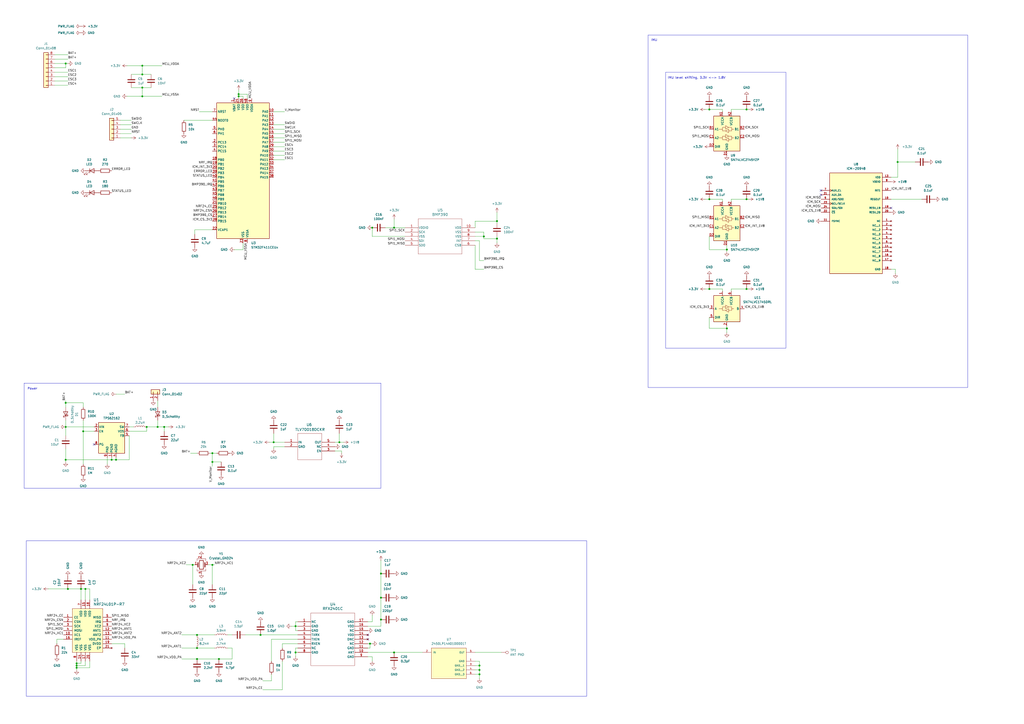
<source format=kicad_sch>
(kicad_sch (version 20250114) (generator "eeschema") (generator_version "9.0")
  (paper "A2")
  (title_block (title "Microdrone flight controller") (date "2025-08-01") (rev "v01") (comment 2 "creativecommons.org/licenses/by/4.0/") (comment 3 "License: CC BY 4.0") (comment 4 "Author: Emil Nordén"))
  (rectangle (start 13.97 222.25) (end 220.98 283.21))
  (rectangle (start 375.92 20.32) (end 561.34 224.79))
  (rectangle (start 386.08 41.91) (end 455.93 201.93))
  (rectangle (start 15.24 313.69) (end 340.36 403.86))
  (text "IMU" (at 379.476 23.368 0) (effects (font (size 1.27 1.27))))
  (text "IMU level shifting, 3.3V <-> 1.8V" (at 404.114 45.212 0) (effects (font (size 1.27 1.27))))
  (text "Power" (at 18.796 225.552 0) (effects (font (size 1.27 1.27))))
  (junction (at 220.98 332.74))
  (junction (at 138.43 54.61))
  (junction (at 278.13 386.08))
  (junction (at 433.07 167.64))
  (junction (at 91.44 247.65))
  (junction (at 220.98 359.41))
  (junction (at 171.45 378.46))
  (junction (at 48.26 250.19))
  (junction (at 123.19 267.97))
  (junction (at 171.45 363.22))
  (junction (at 220.98 346.71))
  (junction (at 433.07 63.5))
  (junction (at 127 382.27))
  (junction (at 421.64 144.78))
  (junction (at 44.45 386.08))
  (junction (at 49.53 341.63))
  (junction (at 278.13 391.16))
  (junction (at 278.13 388.62))
  (junction (at 215.9 132.08))
  (junction (at 82.55 43.18))
  (junction (at 151.13 368.3))
  (junction (at 85.09 247.65))
  (junction (at 38.1 233.68))
  (junction (at 421.64 190.5))
  (junction (at 38.1 36.83))
  (junction (at 114.3 375.92))
  (junction (at 228.6 378.46))
  (junction (at 67.31 266.7))
  (junction (at 228.6 132.08))
  (junction (at 82.55 38.1))
  (junction (at 95.25 247.65))
  (junction (at 114.3 368.3))
  (junction (at 433.07 115.57))
  (junction (at 114.3 382.27))
  (junction (at 158.75 256.54))
  (junction (at 288.29 128.27))
  (junction (at 138.43 55.88))
  (junction (at 411.48 63.5))
  (junction (at 38.1 266.7))
  (junction (at 196.85 256.54))
  (junction (at 39.37 341.63))
  (junction (at 520.7 93.98))
  (junction (at 82.55 50.8))
  (junction (at 288.29 138.43))
  (junction (at 38.1 247.65))
  (junction (at 411.48 167.64))
  (junction (at 214.63 373.38))
  (junction (at 44.45 387.35))
  (junction (at 280.67 137.16))
  (junction (at 64.77 266.7))
  (junction (at 123.19 262.89))
  (junction (at 123.19 327.66))
  (junction (at 82.55 55.88))
  (junction (at 46.99 341.63))
  (junction (at 44.45 384.81))
  (junction (at 111.76 327.66))
  (junction (at 411.48 115.57))
  (no_connect (at 213.36 368.3))
  (no_connect (at 476.25 110.49))
  (no_connect (at 476.25 113.03))
  (no_connect (at 516.89 120.65))
  (no_connect (at 54.61 257.81))
  (no_connect (at 213.36 370.84))
  (no_connect (at 135.89 57.15))
  (wire (pts (xy 275.59 128.27) (xy 275.59 132.08)))
  (wire (pts (xy 156.21 256.54) (xy 158.75 256.54)))
  (wire (pts (xy 157.48 394.97) (xy 152.4 394.97)))
  (wire (pts (xy 520.7 93.98) (xy 520.7 102.87)))
  (wire (pts (xy 519.43 158.75) (xy 519.43 156.21)))
  (wire (pts (xy 280.67 151.13) (xy 278.13 151.13)))
  (wire (pts (xy 85.09 247.65) (xy 91.44 247.65)))
  (wire (pts (xy 31.75 44.45) (xy 39.37 44.45)))
  (wire (pts (xy 424.18 168.91) (xy 424.18 167.64)))
  (wire (pts (xy 110.49 262.89) (xy 114.3 262.89)))
  (wire (pts (xy 275.59 134.62) (xy 280.67 134.62)))
  (wire (pts (xy 143.51 54.61) (xy 138.43 54.61)))
  (wire (pts (xy 114.3 368.3) (xy 124.46 368.3)))
  (wire (pts (xy 215.9 137.16) (xy 234.95 137.16)))
  (wire (pts (xy 171.45 375.92) (xy 171.45 378.46)))
  (wire (pts (xy 278.13 383.54) (xy 275.59 383.54)))
  (wire (pts (xy 127 382.27) (xy 134.62 382.27)))
  (wire (pts (xy 67.31 265.43) (xy 67.31 266.7)))
  (wire (pts (xy 123.19 262.89) (xy 123.19 267.97)))
  (wire (pts (xy 31.75 49.53) (xy 39.37 49.53)))
  (wire (pts (xy 106.68 69.85) (xy 123.19 69.85)))
  (wire (pts (xy 213.36 375.92) (xy 214.63 375.92)))
  (wire (pts (xy 138.43 52.07) (xy 138.43 54.61)))
  (wire (pts (xy 114.3 375.92) (xy 124.46 375.92)))
  (wire (pts (xy 171.45 365.76) (xy 171.45 363.22)))
  (wire (pts (xy 105.41 368.3) (xy 114.3 368.3)))
  (wire (pts (xy 213.36 360.68) (xy 215.9 360.68)))
  (wire (pts (xy 424.18 64.77) (xy 424.18 63.5)))
  (wire (pts (xy 158.75 77.47) (xy 165.1 77.47)))
  (wire (pts (xy 82.55 50.8) (xy 82.55 55.88)))
  (wire (pts (xy 158.75 87.63) (xy 165.1 87.63)))
  (wire (pts (xy 38.1 260.35) (xy 38.1 266.7)))
  (wire (pts (xy 123.19 267.97) (xy 128.27 267.97)))
  (wire (pts (xy 215.9 360.68) (xy 215.9 356.87)))
  (wire (pts (xy 433.07 63.5) (xy 434.34 63.5)))
  (wire (pts (xy 520.7 86.36) (xy 520.7 93.98)))
  (wire (pts (xy 278.13 388.62) (xy 278.13 386.08)))
  (wire (pts (xy 408.94 167.64) (xy 411.48 167.64)))
  (wire (pts (xy 135.89 144.78) (xy 140.97 144.78)))
  (wire (pts (xy 64.77 373.38) (xy 72.39 373.38)))
  (wire (pts (xy 171.45 378.46) (xy 172.72 378.46)))
  (wire (pts (xy 38.1 233.68) (xy 48.26 233.68)))
  (wire (pts (xy 38.1 247.65) (xy 54.61 247.65)))
  (wire (pts (xy 111.76 327.66) (xy 111.76 339.09)))
  (wire (pts (xy 134.62 375.92) (xy 132.08 375.92)))
  (wire (pts (xy 123.19 327.66) (xy 124.46 327.66)))
  (wire (pts (xy 172.72 375.92) (xy 171.45 375.92)))
  (wire (pts (xy 82.55 43.18) (xy 87.63 43.18)))
  (wire (pts (xy 213.36 381) (xy 215.9 381)))
  (wire (pts (xy 49.53 347.98) (xy 49.53 341.63)))
  (wire (pts (xy 52.07 347.98) (xy 52.07 341.63)))
  (wire (pts (xy 49.53 341.63) (xy 46.99 341.63)))
  (wire (pts (xy 433.07 167.64) (xy 434.34 167.64)))
  (wire (pts (xy 123.19 262.89) (xy 125.73 262.89)))
  (wire (pts (xy 74.93 266.7) (xy 67.31 266.7)))
  (wire (pts (xy 76.2 50.8) (xy 82.55 50.8)))
  (wire (pts (xy 158.75 80.01) (xy 165.1 80.01)))
  (wire (pts (xy 76.2 43.18) (xy 82.55 43.18)))
  (wire (pts (xy 67.31 266.7) (xy 64.77 266.7)))
  (wire (pts (xy 123.19 327.66) (xy 123.19 339.09)))
  (wire (pts (xy 39.37 341.63) (xy 27.94 341.63)))
  (wire (pts (xy 111.76 327.66) (xy 113.03 327.66)))
  (wire (pts (xy 38.1 36.83) (xy 39.37 36.83)))
  (wire (pts (xy 105.41 375.92) (xy 114.3 375.92)))
  (wire (pts (xy 46.99 384.81) (xy 44.45 384.81)))
  (wire (pts (xy 85.09 247.65) (xy 85.09 250.19)))
  (wire (pts (xy 419.1 167.64) (xy 419.1 168.91)))
  (wire (pts (xy 120.65 327.66) (xy 123.19 327.66)))
  (wire (pts (xy 280.67 138.43) (xy 288.29 138.43)))
  (wire (pts (xy 163.83 400.05) (xy 163.83 383.54)))
  (wire (pts (xy 38.1 232.41) (xy 38.1 233.68)))
  (wire (pts (xy 158.75 92.71) (xy 165.1 92.71)))
  (wire (pts (xy 48.26 250.19) (xy 54.61 250.19)))
  (wire (pts (xy 95.25 247.65) (xy 95.25 250.19)))
  (wire (pts (xy 157.48 370.84) (xy 157.48 383.54)))
  (wire (pts (xy 214.63 373.38) (xy 215.9 373.38)))
  (wire (pts (xy 421.64 190.5) (xy 421.64 193.04)))
  (wire (pts (xy 171.45 360.68) (xy 171.45 363.22)))
  (wire (pts (xy 424.18 63.5) (xy 433.07 63.5)))
  (wire (pts (xy 421.64 189.23) (xy 421.64 190.5)))
  (wire (pts (xy 275.59 378.46) (xy 290.83 378.46)))
  (wire (pts (xy 275.59 156.21) (xy 280.67 156.21)))
  (wire (pts (xy 280.67 134.62) (xy 280.67 137.16)))
  (wire (pts (xy 163.83 375.92) (xy 163.83 373.38)))
  (wire (pts (xy 115.57 64.77) (xy 123.19 64.77)))
  (wire (pts (xy 142.24 368.3) (xy 151.13 368.3)))
  (wire (pts (xy 38.1 247.65) (xy 38.1 252.73)))
  (wire (pts (xy 214.63 375.92) (xy 214.63 373.38)))
  (wire (pts (xy 48.26 243.84) (xy 48.26 250.19)))
  (wire (pts (xy 44.45 387.35) (xy 44.45 388.62)))
  (wire (pts (xy 275.59 128.27) (xy 288.29 128.27)))
  (wire (pts (xy 158.75 259.08) (xy 165.1 259.08)))
  (wire (pts (xy 74.93 252.73) (xy 74.93 266.7)))
  (wire (pts (xy 69.85 77.47) (xy 76.2 77.47)))
  (wire (pts (xy 421.64 144.78) (xy 421.64 142.24)))
  (wire (pts (xy 411.48 167.64) (xy 419.1 167.64)))
  (wire (pts (xy 69.85 69.85) (xy 76.2 69.85)))
  (wire (pts (xy 411.48 144.78) (xy 421.64 144.78)))
  (wire (pts (xy 140.97 55.88) (xy 138.43 55.88)))
  (wire (pts (xy 52.07 387.35) (xy 44.45 387.35)))
  (wire (pts (xy 52.07 341.63) (xy 49.53 341.63)))
  (wire (pts (xy 62.23 265.43) (xy 62.23 269.24)))
  (wire (pts (xy 48.26 250.19) (xy 48.26 269.24)))
  (wire (pts (xy 408.94 115.57) (xy 411.48 115.57)))
  (wire (pts (xy 31.75 39.37) (xy 38.1 39.37)))
  (wire (pts (xy 138.43 55.88) (xy 138.43 57.15)))
  (wire (pts (xy 91.44 232.41) (xy 91.44 236.22)))
  (wire (pts (xy 158.75 74.93) (xy 165.1 74.93)))
  (wire (pts (xy 172.72 360.68) (xy 171.45 360.68)))
  (wire (pts (xy 215.9 381) (xy 215.9 383.54)))
  (wire (pts (xy 220.98 363.22) (xy 220.98 359.41)))
  (wire (pts (xy 278.13 139.7) (xy 275.59 139.7)))
  (wire (pts (xy 82.55 50.8) (xy 87.63 50.8)))
  (wire (pts (xy 278.13 393.7) (xy 278.13 391.16)))
  (wire (pts (xy 64.77 265.43) (xy 64.77 266.7)))
  (wire (pts (xy 73.66 38.1) (xy 82.55 38.1)))
  (wire (pts (xy 38.1 39.37) (xy 38.1 36.83)))
  (wire (pts (xy 157.48 370.84) (xy 172.72 370.84)))
  (wire (pts (xy 72.39 373.38) (xy 72.39 375.92)))
  (wire (pts (xy 140.97 144.78) (xy 140.97 140.97)))
  (wire (pts (xy 31.75 41.91) (xy 39.37 41.91)))
  (wire (pts (xy 411.48 137.16) (xy 411.48 144.78)))
  (wire (pts (xy 95.25 247.65) (xy 97.79 247.65)))
  (wire (pts (xy 138.43 54.61) (xy 138.43 55.88)))
  (wire (pts (xy 67.31 228.6) (xy 72.39 228.6)))
  (wire (pts (xy 44.45 386.08) (xy 44.45 387.35)))
  (wire (pts (xy 91.44 247.65) (xy 95.25 247.65)))
  (wire (pts (xy 49.53 383.54) (xy 49.53 386.08)))
  (wire (pts (xy 220.98 325.12) (xy 220.98 332.74)))
  (wire (pts (xy 196.85 256.54) (xy 199.39 256.54)))
  (wire (pts (xy 519.43 156.21) (xy 516.89 156.21)))
  (wire (pts (xy 113.03 133.35) (xy 113.03 135.89)))
  (wire (pts (xy 280.67 137.16) (xy 280.67 138.43)))
  (wire (pts (xy 33.02 373.38) (xy 33.02 370.84)))
  (wire (pts (xy 278.13 391.16) (xy 278.13 388.62)))
  (wire (pts (xy 123.19 267.97) (xy 123.19 270.51)))
  (wire (pts (xy 91.44 243.84) (xy 91.44 247.65)))
  (wire (pts (xy 288.29 137.16) (xy 288.29 138.43)))
  (wire (pts (xy 158.75 64.77) (xy 165.1 64.77)))
  (wire (pts (xy 288.29 123.19) (xy 288.29 128.27)))
  (wire (pts (xy 46.99 341.63) (xy 39.37 341.63)))
  (wire (pts (xy 158.75 82.55) (xy 165.1 82.55)))
  (wire (pts (xy 171.45 363.22) (xy 172.72 363.22)))
  (wire (pts (xy 419.1 115.57) (xy 419.1 116.84)))
  (wire (pts (xy 198.12 261.62) (xy 194.31 261.62)))
  (wire (pts (xy 516.89 102.87) (xy 520.7 102.87)))
  (wire (pts (xy 31.75 31.75) (xy 39.37 31.75)))
  (wire (pts (xy 158.75 260.35) (xy 158.75 259.08)))
  (wire (pts (xy 82.55 55.88) (xy 93.98 55.88)))
  (wire (pts (xy 38.1 243.84) (xy 38.1 247.65)))
  (wire (pts (xy 38.1 233.68) (xy 38.1 236.22)))
  (wire (pts (xy 278.13 151.13) (xy 278.13 139.7)))
  (wire (pts (xy 69.85 72.39) (xy 76.2 72.39)))
  (wire (pts (xy 158.75 85.09) (xy 165.1 85.09)))
  (wire (pts (xy 69.85 74.93) (xy 76.2 74.93)))
  (wire (pts (xy 158.75 90.17) (xy 165.1 90.17)))
  (wire (pts (xy 163.83 373.38) (xy 172.72 373.38)))
  (wire (pts (xy 213.36 373.38) (xy 214.63 373.38)))
  (wire (pts (xy 275.59 388.62) (xy 278.13 388.62)))
  (wire (pts (xy 132.08 368.3) (xy 134.62 368.3)))
  (wire (pts (xy 107.95 327.66) (xy 111.76 327.66)))
  (wire (pts (xy 31.75 36.83) (xy 38.1 36.83)))
  (wire (pts (xy 49.53 386.08) (xy 44.45 386.08)))
  (wire (pts (xy 220.98 346.71) (xy 220.98 359.41)))
  (wire (pts (xy 44.45 384.81) (xy 44.45 386.08)))
  (wire (pts (xy 213.36 378.46) (xy 228.6 378.46)))
  (wire (pts (xy 105.41 382.27) (xy 114.3 382.27)))
  (wire (pts (xy 234.95 132.08) (xy 228.6 132.08)))
  (wire (pts (xy 31.75 34.29) (xy 39.37 34.29)))
  (wire (pts (xy 31.75 46.99) (xy 39.37 46.99)))
  (wire (pts (xy 424.18 167.64) (xy 433.07 167.64)))
  (wire (pts (xy 275.59 142.24) (xy 275.59 156.21)))
  (wire (pts (xy 82.55 38.1) (xy 82.55 43.18)))
  (wire (pts (xy 168.91 363.22) (xy 171.45 363.22)))
  (wire (pts (xy 228.6 378.46) (xy 245.11 378.46)))
  (wire (pts (xy 74.93 250.19) (xy 85.09 250.19)))
  (wire (pts (xy 123.19 133.35) (xy 113.03 133.35)))
  (wire (pts (xy 46.99 347.98) (xy 46.99 341.63)))
  (wire (pts (xy 198.12 262.89) (xy 198.12 261.62)))
  (wire (pts (xy 411.48 184.15) (xy 411.48 190.5)))
  (wire (pts (xy 419.1 63.5) (xy 419.1 64.77)))
  (wire (pts (xy 158.75 251.46) (xy 158.75 256.54)))
  (wire (pts (xy 121.92 262.89) (xy 123.19 262.89)))
  (wire (pts (xy 38.1 266.7) (xy 64.77 266.7)))
  (wire (pts (xy 520.7 93.98) (xy 530.86 93.98)))
  (wire (pts (xy 223.52 132.08) (xy 228.6 132.08)))
  (wire (pts (xy 157.48 391.16) (xy 157.48 394.97)))
  (wire (pts (xy 48.26 233.68) (xy 48.26 236.22)))
  (wire (pts (xy 171.45 378.46) (xy 171.45 381)))
  (wire (pts (xy 140.97 57.15) (xy 140.97 55.88)))
  (wire (pts (xy 172.72 365.76) (xy 171.45 365.76)))
  (wire (pts (xy 73.66 55.88) (xy 82.55 55.88)))
  (wire (pts (xy 52.07 383.54) (xy 52.07 387.35)))
  (wire (pts (xy 44.45 383.54) (xy 44.45 384.81)))
  (wire (pts (xy 408.94 63.5) (xy 411.48 63.5)))
  (wire (pts (xy 158.75 72.39) (xy 165.1 72.39)))
  (wire (pts (xy 194.31 256.54) (xy 196.85 256.54)))
  (wire (pts (xy 134.62 382.27) (xy 134.62 375.92)))
  (wire (pts (xy 275.59 386.08) (xy 278.13 386.08)))
  (wire (pts (xy 152.4 400.05) (xy 163.83 400.05)))
  (wire (pts (xy 411.48 190.5) (xy 421.64 190.5)))
  (wire (pts (xy 433.07 115.57) (xy 434.34 115.57)))
  (wire (pts (xy 33.02 370.84) (xy 36.83 370.84)))
  (wire (pts (xy 215.9 132.08) (xy 215.9 137.16)))
  (wire (pts (xy 421.64 146.05) (xy 421.64 144.78)))
  (wire (pts (xy 143.51 57.15) (xy 143.51 54.61)))
  (wire (pts (xy 411.48 115.57) (xy 419.1 115.57)))
  (wire (pts (xy 228.6 132.08) (xy 228.6 127)))
  (wire (pts (xy 424.18 116.84) (xy 424.18 115.57)))
  (wire (pts (xy 196.85 251.46) (xy 196.85 256.54)))
  (wire (pts (xy 516.89 115.57) (xy 534.67 115.57)))
  (wire (pts (xy 69.85 80.01) (xy 76.2 80.01)))
  (wire (pts (xy 74.93 247.65) (xy 77.47 247.65)))
  (wire (pts (xy 275.59 137.16) (xy 280.67 137.16)))
  (wire (pts (xy 213.36 363.22) (xy 220.98 363.22)))
  (wire (pts (xy 288.29 128.27) (xy 288.29 129.54)))
  (wire (pts (xy 38.1 266.7) (xy 38.1 267.97)))
  (wire (pts (xy 275.59 391.16) (xy 278.13 391.16)))
  (wire (pts (xy 151.13 368.3) (xy 172.72 368.3)))
  (wire (pts (xy 158.75 256.54) (xy 165.1 256.54)))
  (wire (pts (xy 46.99 383.54) (xy 46.99 384.81)))
  (wire (pts (xy 82.55 38.1) (xy 93.98 38.1)))
  (wire (pts (xy 220.98 332.74) (xy 220.98 346.71)))
  (wire (pts (xy 411.48 63.5) (xy 419.1 63.5)))
  (wire (pts (xy 114.3 382.27) (xy 127 382.27)))
  (wire (pts (xy 288.29 138.43) (xy 288.29 140.97)))
  (wire (pts (xy 278.13 386.08) (xy 278.13 383.54)))
  (wire (pts (xy 424.18 115.57) (xy 433.07 115.57)))
  (label "NRF24_CSN" (at 123.19 123.19 180))
  (label "NRF24_XC2" (at 107.95 327.66 180))
  (label "GND" (at 76.2 74.93 0))
  (label "NRF24_ANT1" (at 105.41 375.92 180))
  (label "ERROR_LED" (at 64.77 99.06 0))
  (label "BAT+" (at 39.37 31.75 0))
  (label "SPI1_SCK" (at 411.48 74.93 180))
  (label "ICM_INT_1V8" (at 431.8 132.08 0))
  (label "ICM_CS_1V8" (at 431.8 179.07 0))
  (label "BMP390_IRQ" (at 123.19 107.95 180))
  (label "ICM_MISO" (at 431.8 127 0))
  (label "SPI1_SCK" (at 165.1 77.47 0))
  (label "ESC3" (at 39.37 46.99 0))
  (label "BAT+" (at 39.37 34.29 0))
  (label "ICM_INT_1V8" (at 516.89 110.49 0))
  (label "ESC4" (at 165.1 85.09 0))
  (label "SPI1_MOSI" (at 165.1 82.55 0))
  (label "SPI1_MOSI" (at 36.83 365.76 180))
  (label "MCU_VSSA" (at 143.51 140.97 270))
  (label "SPI1_MOSI" (at 411.48 80.01 180))
  (label "BMP390_CS" (at 280.67 156.21 0))
  (label "BAT+" (at 38.1 232.41 90))
  (label "MCU_VDDA" (at 93.98 38.1 0))
  (label "ESC1" (at 39.37 41.91 0))
  (label "ICM_MOSI" (at 431.8 80.01 0))
  (label "V_Monitor" (at 123.19 270.51 270))
  (label "MCU_VDDA" (at 146.05 57.15 90))
  (label "STATUS_LED" (at 64.77 111.76 0))
  (label "NRF_IRQ" (at 123.19 95.25 180))
  (label "BAT+" (at 110.49 262.89 180))
  (label "ESC4" (at 39.37 49.53 0))
  (label "ESC1" (at 165.1 92.71 0))
  (label "NRF24_CE" (at 123.19 120.65 180))
  (label "SPI1_SCK" (at 234.95 134.62 180))
  (label "NRF24_CSN" (at 36.83 360.68 180))
  (label "ICM_CS_1V8" (at 476.25 123.19 180))
  (label "ESC3" (at 165.1 87.63 0))
  (label "SPI1_SCK" (at 36.83 363.22 180))
  (label "NRF24_CE" (at 152.4 400.05 180))
  (label "STATUS_LED" (at 123.19 102.87 180))
  (label "NRF24_VDD_PA" (at 64.77 370.84 0))
  (label "NRF24_XC1" (at 36.83 368.3 180))
  (label "ICM_CS_3V3" (at 411.48 179.07 180))
  (label "BAT+" (at 72.39 228.6 0))
  (label "NRF24_ANT2" (at 105.41 368.3 180))
  (label "ERROR_LED" (at 123.19 100.33 180))
  (label "BMP390_CS" (at 123.19 125.73 180))
  (label "NRF24_VDD_PA" (at 105.41 382.27 180))
  (label "MCU_VSSA" (at 93.98 55.88 0))
  (label "NRF24_VDD_PA" (at 152.4 394.97 180))
  (label "SPI1_MOSI" (at 234.95 139.7 180))
  (label "ICM_MISO" (at 476.25 115.57 180))
  (label "SPI1_MISO" (at 165.1 80.01 0))
  (label "ICM_CS_3V3" (at 123.19 128.27 180))
  (label "SPI1_MISO" (at 411.48 127 180))
  (label "SWDIO" (at 76.2 69.85 0))
  (label "NRST" (at 76.2 77.47 0))
  (label "NRST" (at 115.57 64.77 180))
  (label "ICM_INT_3V3" (at 411.48 132.08 180))
  (label "SPI1_MISO" (at 234.95 142.24 180))
  (label "SWCLK" (at 76.2 72.39 0))
  (label "ICM_MOSI" (at 476.25 120.65 180))
  (label "ICM_SCK" (at 476.25 118.11 180))
  (label "V_Monitor" (at 165.1 64.77 0))
  (label "ESC2" (at 39.37 44.45 0))
  (label "ESC2" (at 165.1 90.17 0))
  (label "NRF24_XC1" (at 124.46 327.66 0))
  (label "NRF24_XC2" (at 64.77 363.22 0))
  (label "ICM_INT_3V3" (at 123.19 97.79 180))
  (label "NRF24_ANT1" (at 64.77 365.76 0))
  (label "SWCLK" (at 165.1 74.93 0))
  (label "NRF_IRQ" (at 64.77 360.68 0))
  (label "BMP390_IRQ" (at 280.67 151.13 0))
  (label "SWDIO" (at 165.1 72.39 0))
  (label "NRF24_CE" (at 36.83 358.14 180))
  (label "SPI1_MISO" (at 64.77 358.14 0))
  (label "NRF24_ANT2" (at 64.77 368.3 0))
  (label "ICM_SCK" (at 431.8 74.93 0))
  (symbol (lib_id "power:GND") (at 158.75 260.35 0) (unit 1)
    (property "Reference" "#PWR046" (effects (hide yes)))
    (property "Value" "GND" (at 158.75 265.43 0))
    (property "Description" "Power symbol creates a global label with name \"GND\" , ground" (effects (hide yes)))
  )
  (symbol (lib_id "Device:C") (at 123.19 342.9 0) (unit 1)
    (property "Reference" "C11" (at 127 341.6299 0) (effects (justify left)))
    (property "Value" "22pF" (at 127 344.1699 0) (effects (justify left)))
    (property "Footprint" "Capacitor_SMD:C_0402_1005Metric" (effects (hide yes)))
    (property "Description" "Unpolarized capacitor (C541412)" (effects (hide yes)))
  )
  (symbol (lib_id "power:GND") (at 95.25 257.81 0) (unit 1)
    (property "Reference" "#PWR017" (effects (hide yes)))
    (property "Value" "GND" (at 95.25 262.89 0))
    (property "Description" "Power symbol creates a global label with name \"GND\" , ground" (effects (hide yes)))
  )
  (symbol (lib_id "Device:Crystal_GND24") (at 116.84 327.66 0) (unit 1)
    (property "Reference" "Y1" (at 128.27 321.2398 0))
    (property "Value" "Crystal_GND24" (at 128.27 323.7798 0))
    (property "Footprint" "Crystal:Crystal_SMD_3225-4Pin_3.2x2.5mm" (effects (hide yes)))
    (property "Description" "Four pin crystal, GND on pins 2 and 4" (effects (hide yes)))
  )
  (symbol (lib_id "power:GND") (at 215.9 132.08 270) (unit 1)
    (property "Reference" "#PWR033" (effects (hide yes)))
    (property "Value" "GND" (at 212.09 132.0799 90) (effects (justify right)))
    (property "Description" "Power symbol creates a global label with name \"GND\" , ground" (effects (hide yes)))
  )
  (symbol (lib_id "Device:C") (at 228.6 382.27 0) (unit 1)
    (property "Reference" "C20" (at 232.41 380.9999 0) (effects (justify left)))
    (property "Value" "0.3pF" (at 232.41 383.5399 0) (effects (justify left)))
    (property "Footprint" "Capacitor_SMD:C_0201_0603Metric" (effects (hide yes)))
    (property "Description" "Unpolarized capacitor (C180283)" (effects (hide yes)))
  )
  (symbol (lib_id "power:+1V8") (at 199.39 256.54 270) (unit 1)
    (property "Reference" "#PWR048" (effects (hide yes)))
    (property "Value" "+1V8" (at 203.2 256.5399 90) (effects (justify left)))
    (property "Description" "Power symbol creates a global label with name \"+1V8\"" (effects (hide yes)))
  )
  (symbol (lib_id "power:+3.3V") (at 408.94 63.5 90) (unit 1)
    (property "Reference" "#PWR064" (effects (hide yes)))
    (property "Value" "+3.3V" (at 405.13 63.4999 90) (effects (justify left)))
    (property "Description" "Power symbol creates a global label with name \"+3.3V\"" (effects (hide yes)))
  )
  (symbol (lib_id "Device:C") (at 288.29 133.35 0) (unit 1)
    (property "Reference" "C24" (at 292.1 132.0799 0) (effects (justify left)))
    (property "Value" "100nF" (at 292.1 134.6199 0) (effects (justify left)))
    (property "Footprint" "Capacitor_SMD:C_0402_1005Metric" (effects (hide yes)))
    (property "Description" "Unpolarized capacitor (C1525)" (effects (hide yes)))
  )
  (symbol (lib_id "power:GND") (at 228.6 332.74 90) (unit 1)
    (property "Reference" "#PWR040" (effects (hide yes)))
    (property "Value" "GND" (at 232.41 332.7399 90) (effects (justify right)))
    (property "Description" "Power symbol creates a global label with name \"GND\" , ground" (effects (hide yes)))
  )
  (symbol (lib_id "power:GND") (at 49.53 111.76 270) (unit 1)
    (property "Reference" "#PWR056" (effects (hide yes)))
    (property "Value" "GND" (at 45.72 111.7599 90) (effects (justify right)))
    (property "Description" "Power symbol creates a global label with name \"GND\" , ground" (effects (hide yes)))
  )
  (symbol (lib_id "Regulator_Switching:TPS62162DSG") (at 64.77 255.27 0) (unit 1)
    (property "Reference" "U2" (at 64.77 240.03 0))
    (property "Value" "TPS62162" (at 64.77 242.57 0))
    (property "Footprint" "Package_SON:WSON-8-1EP_2x2mm_P0.5mm_EP0.9x1.6mm_ThermalVias" (effects (hide yes)))
    (property "Datasheet" "http://www.ti.com/lit/ds/symlink/tps62160.pdf" (effects (hide yes)))
    (property "Description" "1A Step-Down Converter with DCS-Control, fixed 3.3V output, 3-17V input voltage, WSON-8" (effects (hide yes)))
  )
  (symbol (lib_id "Connector:TestPoint") (at 290.83 378.46 270) (unit 1)
    (property "Reference" "TP1" (at 295.91 377.1899 90) (effects (justify left)))
    (property "Value" "ANT PAD" (at 295.91 379.7299 90) (effects (justify left)))
    (property "Footprint" "TestPoint:TestPoint_Pad_3.0x3.0mm" (effects (hide yes)))
    (property "Description" "Antenna solder pad" (effects (hide yes)))
  )
  (symbol (lib_id "power:GND") (at 542.29 115.57 90) (unit 1)
    (property "Reference" "#PWR057" (effects (hide yes)))
    (property "Value" "GND" (at 546.1 115.5699 90) (effects (justify right)))
    (property "Description" "Power symbol creates a global label with name \"GND\" , ground" (effects (hide yes)))
  )
  (symbol (lib_id "power:GND") (at 158.75 243.84 180) (unit 1)
    (property "Reference" "#PWR044" (effects (hide yes)))
    (property "Value" "GND" (at 158.75 238.76 0))
    (property "Description" "Power symbol creates a global label with name \"GND\" , ground" (effects (hide yes)))
  )
  (symbol (lib_id "Device:C") (at 76.2 46.99 0) (unit 1)
    (property "Reference" "C5" (at 80.01 45.7199 0) (effects (justify left)))
    (property "Value" "1uF" (at 80.01 48.2599 0) (effects (justify left)))
    (property "Footprint" "Capacitor_SMD:C_0402_1005Metric" (effects (hide yes)))
    (property "Description" "Unpolarized capacitor (C52923)" (effects (hide yes)))
  )
  (symbol (lib_id "Device:C") (at 113.03 139.7 180) (unit 1)
    (property "Reference" "C9" (at 116.84 138.4299 0) (effects (justify right)))
    (property "Value" "4.7uF" (at 116.84 140.9699 0) (effects (justify right)))
    (property "Footprint" "Capacitor_SMD:C_0603_1608Metric" (effects (hide yes)))
    (property "Description" "Unpolarized capacitor (C107368)" (effects (hide yes)))
  )
  (symbol (lib_id "power:+3.3V") (at 228.6 127 0) (unit 1)
    (property "Reference" "#PWR039" (effects (hide yes)))
    (property "Value" "+3.3V" (at 228.6 121.92 0))
    (property "Description" "Power symbol creates a global label with name \"+3.3V\"" (effects (hide yes)))
  )
  (symbol (lib_id "power:+3.3V") (at 27.94 341.63 90) (unit 1)
    (property "Reference" "#PWR01" (effects (hide yes)))
    (property "Value" "+3.3V" (at 24.13 341.6299 90) (effects (justify left)))
    (property "Description" "Power symbol creates a global label with name \"+3.3V\"" (effects (hide yes)))
  )
  (symbol (lib_id "power:GND") (at 111.76 346.71 0) (unit 1)
    (property "Reference" "#PWR020" (effects (hide yes)))
    (property "Value" "GND" (at 111.76 351.79 0))
    (property "Description" "Power symbol creates a global label with name \"GND\" , ground" (effects (hide yes)))
  )
  (symbol (lib_id "power:GND") (at 116.84 332.74 0) (unit 1)
    (property "Reference" "#PWR052" (effects (hide yes)))
    (property "Value" "GND" (at 116.84 337.82 0))
    (property "Description" "Power symbol creates a global label with name \"GND\" , ground" (effects (hide yes)))
  )
  (symbol (lib_id "Device:C") (at 534.67 93.98 90) (unit 1)
    (property "Reference" "C21" (at 534.67 86.36 90))
    (property "Value" "0.1uF" (at 534.67 88.9 90))
    (property "Footprint" "Capacitor_SMD:C_0402_1005Metric" (effects (hide yes)))
    (property "Description" "Unpolarized capacitor (C1525)" (effects (hide yes)))
  )
  (symbol (lib_id "Device:C") (at 128.27 271.78 180) (unit 1)
    (property "Reference" "C13" (at 132.08 270.5099 0) (effects (justify right)))
    (property "Value" "0.1uF" (at 132.08 273.0499 0) (effects (justify right)))
    (property "Footprint" "Capacitor_SMD:C_0402_1005Metric" (effects (hide yes)))
    (property "Description" "Unpolarized capacitor (C1525)" (effects (hide yes)))
  )
  (symbol (lib_id "power:+3.3V") (at 97.79 247.65 270) (unit 1)
    (property "Reference" "#PWR018" (effects (hide yes)))
    (property "Value" "+3.3V" (at 101.6 247.6499 90) (effects (justify left)))
    (property "Description" "Power symbol creates a global label with name \"+3.3V\"" (effects (hide yes)))
  )
  (symbol (lib_id "power:GND") (at 33.02 381 0) (unit 1)
    (property "Reference" "#PWR02" (effects (hide yes)))
    (property "Value" "GND" (at 33.02 386.08 0))
    (property "Description" "Power symbol creates a global label with name \"GND\" , ground" (effects (hide yes)))
  )
  (symbol (lib_id "power:GND") (at 538.48 93.98 90) (unit 1)
    (property "Reference" "#PWR054" (effects (hide yes)))
    (property "Value" "GND" (at 542.29 93.9799 90) (effects (justify right)))
    (property "Description" "Power symbol creates a global label with name \"GND\" , ground" (effects (hide yes)))
  )
  (symbol (lib_id "Device:C") (at 433.07 59.69 0) (unit 1)
    (property "Reference" "C27" (at 436.88 58.4199 0) (effects (justify left)))
    (property "Value" "0.1uF" (at 436.88 60.9599 0) (effects (justify left)))
    (property "Footprint" "Capacitor_SMD:C_0402_1005Metric" (effects (hide yes)))
    (property "Description" "Unpolarized capacitor" (effects (hide yes)))
  )
  (symbol (lib_id "power:GND") (at 433.07 55.88 180) (unit 1)
    (property "Reference" "#PWR069" (effects (hide yes)))
    (property "Value" "GND" (at 433.07 50.8 0))
    (property "Description" "Power symbol creates a global label with name \"GND\" , ground" (effects (hide yes)))
  )
  (symbol (lib_id "power:GND") (at 123.19 346.71 0) (unit 1)
    (property "Reference" "#PWR023" (effects (hide yes)))
    (property "Value" "GND" (at 123.19 351.79 0))
    (property "Description" "Power symbol creates a global label with name \"GND\" , ground" (effects (hide yes)))
  )
  (symbol (lib_id "Device:C") (at 219.71 132.08 90) (unit 1)
    (property "Reference" "C16" (at 219.71 124.46 90))
    (property "Value" "100nF" (at 219.71 127 90))
    (property "Footprint" "Capacitor_SMD:C_0402_1005Metric" (effects (hide yes)))
    (property "Description" "Unpolarized capacitor (C1525)" (effects (hide yes)))
  )
  (symbol (lib_id "power:GND") (at 215.9 373.38 90) (unit 1)
    (property "Reference" "#PWR035" (effects (hide yes)))
    (property "Value" "GND" (at 219.71 373.3799 90) (effects (justify right)))
    (property "Description" "Power symbol creates a global label with name \"GND\" , ground" (effects (hide yes)))
  )
  (symbol (lib_id "power:GND") (at 113.03 143.51 0) (unit 1)
    (property "Reference" "#PWR021" (effects (hide yes)))
    (property "Value" "GND" (at 113.03 148.59 0))
    (property "Description" "Power symbol creates a global label with name \"GND\" , ground" (effects (hide yes)))
  )
  (symbol (lib_id "Connector_Generic:Conn_01x08") (at 26.67 41.91 180) (unit 1)
    (property "Reference" "J1" (at 26.67 25.4 0))
    (property "Value" "Conn_01x08" (at 26.67 27.94 0))
    (property "Footprint" "fclib:JST_SH_ZX-SH1.0-8PWT" (effects (hide yes)))
    (property "Description" "Generic connector, single row, 01x08, script generated (kicad-library-utils/schlib/autogen/connector/) (C7430450)" (effects (hide yes)))
  )
  (symbol (lib_id "Logic_LevelTranslator:SN74LVC2T45YZP") (at 421.64 77.47 0) (unit 1)
    (property "Reference" "U9" (at 423.7833 90.17 0) (effects (justify left)))
    (property "Value" "SN74LVC2T45YZP" (at 423.7833 92.71 0) (effects (justify left)))
    (property "Footprint" "Package_BGA:Texas_DSBGA-8_0.9x1.9mm_Layout2x4_P0.5mm" (effects (hide yes)))
    (property "Datasheet" "http://www.ti.com/lit/ds/symlink/sn74lvc2t45.pdf" (effects (hide yes)))
    (property "Description" "Dual-Bit Dual-Supply Bus Transceiver With Configurable Voltage Translation and 3-State Outputs, DSBGA-8 (C913828)" (effects (hide yes)))
  )
  (symbol (lib_id "power:GND") (at 168.91 363.22 270) (unit 1)
    (property "Reference" "#PWR030" (effects (hide yes)))
    (property "Value" "GND" (at 165.1 363.2199 90) (effects (justify right)))
    (property "Description" "Power symbol creates a global label with name \"GND\" , ground" (effects (hide yes)))
  )
  (symbol (lib_id "power:GND") (at 421.64 146.05 0) (unit 1)
    (property "Reference" "#PWR073" (effects (hide yes)))
    (property "Value" "GND" (at 421.64 151.13 0))
    (property "Description" "Power symbol creates a global label with name \"GND\" , ground" (effects (hide yes)))
  )
  (symbol (lib_id "Device:R") (at 48.26 273.05 0) (unit 1)
    (property "Reference" "R11" (at 50.8 271.7799 0) (effects (justify left)))
    (property "Value" "1M" (at 50.8 274.3199 0) (effects (justify left)))
    (property "Footprint" "Resistor_SMD:R_0402_1005Metric" (effects (hide yes)))
    (property "Description" "Resistor (C26083)" (effects (hide yes)))
  )
  (symbol (lib_id "Device:R") (at 33.02 377.19 0) (unit 1)
    (property "Reference" "R1" (at 35.56 375.9199 0) (effects (justify left)))
    (property "Value" "22k" (at 35.56 378.4599 0) (effects (justify left)))
    (property "Footprint" "Resistor_SMD:R_0402_1005Metric" (effects (hide yes)))
    (property "Description" "Resistor (C25768)" (effects (hide yes)))
  )
  (symbol (lib_id "Device:C") (at 538.48 115.57 90) (unit 1)
    (property "Reference" "C25" (at 538.48 107.95 90))
    (property "Value" "0.1uF" (at 538.48 110.49 90))
    (property "Footprint" "Capacitor_SMD:C_0402_1005Metric" (effects (hide yes)))
    (property "Description" "Unpolarized capacitor (C1525)" (effects (hide yes)))
  )
  (symbol (lib_id "Texas-Instruments-TLV70018DCKR:TLV70018DCKR") (at 165.1 256.54 0) (unit 1)
    (property "Reference" "U6" (at 179.324 246.38 0) (effects (font (size 1.524 1.524))))
    (property "Value" "TLV70018DCKR" (at 179.832 249.174 0) (effects (font (size 1.524 1.524))))
    (property "Footprint" "TLV70018:DCK5" (effects (hide yes)))
    (property "Datasheet" "https://www.ti.com/lit/gpn/tlv700" (effects (hide yes)))
  )
  (symbol (lib_id "power:PWR_FLAG") (at 46.99 19.05 90) (unit 1)
    (property "Reference" "#FLG04" (effects (hide yes)))
    (property "Value" "PWR_FLAG" (at 43.18 19.0499 90) (effects (justify left)))
    (property "Description" "Special symbol for telling ERC where power comes from" (effects (hide yes)))
  )
  (symbol (lib_id "Device:D_Schottky") (at 38.1 240.03 90) (unit 1)
    (property "Reference" "D1" (at 44.45 240.3475 0))
    (property "Value" "D_Schottky" (at 41.91 240.3475 0))
    (property "Footprint" "Diode_SMD:D_SOD-323" (effects (hide yes)))
    (property "Description" "Schottky diode (C64886)" (effects (hide yes)))
  )
  (symbol (lib_id "Logic_LevelTranslator:SN74LVC1T45DRL") (at 421.64 179.07 0) (unit 1)
    (property "Reference" "U11" (at 439.42 172.6498 0))
    (property "Value" "SN74LVC1T45DRL" (at 439.42 175.1898 0))
    (property "Footprint" "Package_TO_SOT_SMD:SOT-563" (effects (hide yes)))
    (property "Datasheet" "http://www.ti.com/lit/ds/symlink/sn74lvc1t45.pdf" (effects (hide yes)))
    (property "Description" "Single-Bit Dual-Supply Bus Transceiver With Configurable Voltage Translation and 3-State Outputs, SOT-563 (C352970)" (effects (hide yes)))
  )
  (symbol (lib_id "power:+3.3V") (at 220.98 325.12 0) (unit 1)
    (property "Reference" "#PWR038" (effects (hide yes)))
    (property "Value" "+3.3V" (at 220.98 320.04 0))
    (property "Description" "Power symbol creates a global label with name \"+3.3V\"" (effects (hide yes)))
  )
  (symbol (lib_id "Device:R") (at 163.83 379.73 0) (unit 1)
    (property "Reference" "R9" (at 166.37 378.4599 0) (effects (justify left)))
    (property "Value" "1k" (at 166.37 380.9999 0) (effects (justify left)))
    (property "Footprint" "Resistor_SMD:R_0402_1005Metric" (effects (hide yes)))
    (property "Description" "Resistor (C11702)" (effects (hide yes)))
  )
  (symbol (lib_id "Device:C") (at 72.39 379.73 180) (unit 1)
    (property "Reference" "C4" (at 76.2 378.4599 0) (effects (justify right)))
    (property "Value" "33nF" (at 76.2 380.9999 0) (effects (justify right)))
    (property "Footprint" "Capacitor_SMD:C_0402_1005Metric" (effects (hide yes)))
    (property "Description" "Unpolarized capacitor (C7419416)" (effects (hide yes)))
  )
  (symbol (lib_id "power:GND") (at 421.64 90.17 0) (unit 1)
    (property "Reference" "#PWR067" (effects (hide yes)))
    (property "Value" "GND" (at 421.64 95.25 0))
    (property "Description" "Power symbol creates a global label with name \"GND\" , ground" (effects (hide yes)))
  )
  (symbol (lib_id "Device:C") (at 111.76 342.9 0) (unit 1)
    (property "Reference" "C8" (at 115.57 341.6299 0) (effects (justify left)))
    (property "Value" "22pF" (at 115.57 344.1699 0) (effects (justify left)))
    (property "Footprint" "Capacitor_SMD:C_0402_1005Metric" (effects (hide yes)))
    (property "Description" "Unpolarized capacitor (C541412)" (effects (hide yes)))
  )
  (symbol (lib_id "Device:C") (at 224.79 346.71 90) (unit 1)
    (property "Reference" "C18" (at 224.79 339.09 90))
    (property "Value" "10nF" (at 224.79 341.63 90))
    (property "Footprint" "Capacitor_SMD:C_0603_1608Metric" (effects (hide yes)))
    (property "Description" "Unpolarized capacitor (C389113)" (effects (hide yes)))
  )
  (symbol (lib_id "RFX2401C:RFX2401C") (at 172.72 360.68 0) (unit 1)
    (property "Reference" "U4" (at 193.04 350.52 0) (effects (font (size 1.524 1.524))))
    (property "Value" "RFX2401C" (at 193.04 353.06 0) (effects (font (size 1.524 1.524))))
    (property "Footprint" "RFX2401C:RFX2401C_SKY" (effects (hide yes)))
    (property "Datasheet" "RFX2401C" (effects (hide yes)))
  )
  (symbol (lib_id "2450LP14A0100001T:2450LP14A0100001T") (at 260.35 381 0) (unit 1)
    (property "Reference" "U7" (at 260.35 370.84 0))
    (property "Value" "2450LP14A0100001T" (at 260.35 373.38 0))
    (property "Footprint" "2450LP14A0100001T:ICCAF50P160X80X70-6N" (effects (hide yes)))
    (property "PARTREV" "06/23/03" (effects (hide yes)))
    (property "MANUFACTURER" "Johanson Technology" (effects (hide yes)))
    (property "MAXIMUM_PACKAGE_HEIGHT" "0.7 mm" (effects (hide yes)))
    (property "STANDARD" "IPC 7351B" (effects (hide yes)))
  )
  (symbol (lib_id "power:+1V8") (at 434.34 63.5 270) (unit 1)
    (property "Reference" "#PWR065" (effects (hide yes)))
    (property "Value" "+1V8" (at 438.15 63.4999 90) (effects (justify left)))
    (property "Description" "Power symbol creates a global label with name \"+1V8\"" (effects (hide yes)))
  )
  (symbol (lib_id "Device:C") (at 411.48 59.69 0) (unit 1)
    (property "Reference" "C26" (at 415.29 58.4199 0) (effects (justify left)))
    (property "Value" "0.1uF" (at 415.29 60.9599 0) (effects (justify left)))
    (property "Footprint" "Capacitor_SMD:C_0402_1005Metric" (effects (hide yes)))
    (property "Description" "Unpolarized capacitor" (effects (hide yes)))
  )
  (symbol (lib_id "Device:R") (at 106.68 73.66 0) (unit 1)
    (property "Reference" "R5" (at 109.22 72.3899 0) (effects (justify left)))
    (property "Value" "10k" (at 109.22 74.9299 0) (effects (justify left)))
    (property "Footprint" "Resistor_SMD:R_0402_1005Metric" (effects (hide yes)))
    (property "Description" "Resistor (C25744)" (effects (hide yes)))
  )
  (symbol (lib_id "power:GND") (at 433.07 107.95 180) (unit 1)
    (property "Reference" "#PWR074" (effects (hide yes)))
    (property "Value" "GND" (at 433.07 102.87 0))
    (property "Description" "Power symbol creates a global label with name \"GND\" , ground" (effects (hide yes)))
  )
  (symbol (lib_id "power:+3.3V") (at 76.2 80.01 270) (unit 1)
    (property "Reference" "#PWR014" (effects (hide yes)))
    (property "Value" "+3.3V" (at 80.01 80.0099 90) (effects (justify left)))
    (property "Description" "Power symbol creates a global label with name \"+3.3V\"" (effects (hide yes)))
  )
  (symbol (lib_id "power:GND") (at 135.89 144.78 270) (unit 1)
    (property "Reference" "#PWR027" (effects (hide yes)))
    (property "Value" "GND" (at 132.08 144.7799 90) (effects (justify right)))
    (property "Description" "Power symbol creates a global label with name \"GND\" , ground" (effects (hide yes)))
  )
  (symbol (lib_id "power:GND") (at 519.43 158.75 0) (unit 1)
    (property "Reference" "#PWR045" (effects (hide yes)))
    (property "Value" "GND" (at 519.43 163.83 0))
    (property "Description" "Power symbol creates a global label with name \"GND\" , ground" (effects (hide yes)))
  )
  (symbol (lib_id "Device:R") (at 60.96 99.06 90) (unit 1)
    (property "Reference" "R2" (at 60.96 92.71 90))
    (property "Value" "270" (at 60.96 95.25 90))
    (property "Footprint" "Resistor_SMD:R_0402_1005Metric" (effects (hide yes)))
    (property "Description" "Resistor (C25099)" (effects (hide yes)))
  )
  (symbol (lib_id "power:GND") (at 39.37 334.01 180) (unit 1)
    (property "Reference" "#PWR05" (effects (hide yes)))
    (property "Value" "GND" (at 39.3699 330.2 90) (effects (justify right)))
    (property "Description" "Power symbol creates a global label with name \"GND\" , ground" (effects (hide yes)))
  )
  (symbol (lib_id "power:GND") (at 213.36 365.76 90) (unit 1)
    (property "Reference" "#PWR032" (effects (hide yes)))
    (property "Value" "GND" (at 217.17 365.7599 90) (effects (justify right)))
    (property "Description" "Power symbol creates a global label with name \"GND\" , ground" (effects (hide yes)))
  )
  (symbol (lib_id "power:+3.3V") (at 156.21 256.54 90) (unit 1)
    (property "Reference" "#PWR037" (effects (hide yes)))
    (property "Value" "+3.3V" (at 152.4 256.5399 90) (effects (justify left)))
    (property "Description" "Power symbol creates a global label with name \"+3.3V\"" (effects (hide yes)))
  )
  (symbol (lib_id "Device:LED") (at 53.34 111.76 0) (unit 1)
    (property "Reference" "D4" (at 51.7525 105.41 0))
    (property "Value" "LED" (at 51.7525 107.95 0))
    (property "Footprint" "LED_SMD:LED_0402_1005Metric" (effects (hide yes)))
    (property "Description" "Light emitting diode (C7496818)" (effects (hide yes)))
    (property "Sim.Pins" "1=K 2=A" (effects (hide yes)))
  )
  (symbol (lib_id "power:GND") (at 228.6 359.41 90) (unit 1)
    (property "Reference" "#PWR042" (effects (hide yes)))
    (property "Value" "GND" (at 232.41 359.4099 90) (effects (justify right)))
    (property "Description" "Power symbol creates a global label with name \"GND\" , ground" (effects (hide yes)))
  )
  (symbol (lib_id "power:GND") (at 151.13 360.68 180) (unit 1)
    (property "Reference" "#PWR029" (effects (hide yes)))
    (property "Value" "GND" (at 151.13 355.6 0))
    (property "Description" "Power symbol creates a global label with name \"GND\" , ground" (effects (hide yes)))
  )
  (symbol (lib_id "Device:R") (at 118.11 262.89 90) (unit 1)
    (property "Reference" "R6" (at 118.11 256.54 90))
    (property "Value" "20k" (at 118.11 259.08 90))
    (property "Footprint" "Resistor_SMD:R_0402_1005Metric" (effects (hide yes)))
    (property "Description" "Resistor (C25765)" (effects (hide yes)))
  )
  (symbol (lib_id "Device:C") (at 39.37 337.82 180) (unit 1)
    (property "Reference" "C2" (at 31.75 337.82 90))
    (property "Value" "10nF" (at 34.29 337.82 90))
    (property "Footprint" "Capacitor_SMD:C_0402_1005Metric" (effects (hide yes)))
    (property "Description" "Unpolarized capacitor (C15195)" (effects (hide yes)))
  )
  (symbol (lib_id "power:GND") (at 114.3 389.89 0) (unit 1)
    (property "Reference" "#PWR022" (effects (hide yes)))
    (property "Value" "GND" (at 114.3 394.97 0))
    (property "Description" "Power symbol creates a global label with name \"GND\" , ground" (effects (hide yes)))
  )
  (symbol (lib_id "power:+3.3V") (at 408.94 167.64 90) (unit 1)
    (property "Reference" "#PWR072" (effects (hide yes)))
    (property "Value" "+3.3V" (at 405.13 167.6399 90) (effects (justify left)))
    (property "Description" "Power symbol creates a global label with name \"+3.3V\"" (effects (hide yes)))
  )
  (symbol (lib_id "Device:L") (at 128.27 375.92 90) (unit 1)
    (property "Reference" "L4" (at 128.27 370.84 90))
    (property "Value" "2.7nH" (at 128.27 373.38 90))
    (property "Footprint" "Inductor_SMD:L_0201_0603Metric" (effects (hide yes)))
    (property "Description" "Inductor (C98043)" (effects (hide yes)))
  )
  (symbol (lib_id "power:+3.3V") (at 198.12 262.89 180) (unit 1)
    (property "Reference" "#PWR060" (effects (hide yes)))
    (property "Value" "+3.3V" (at 198.12 267.97 0))
    (property "Description" "Power symbol creates a global label with name \"+3.3V\"" (effects (hide yes)))
  )
  (symbol (lib_id "power:GND") (at 62.23 269.24 0) (unit 1)
    (property "Reference" "#PWR010" (effects (hide yes)))
    (property "Value" "GND" (at 62.23 274.32 0))
    (property "Description" "Power symbol creates a global label with name \"GND\" , ground" (effects (hide yes)))
  )
  (symbol (lib_id "Device:L") (at 81.28 247.65 90) (unit 1)
    (property "Reference" "L1" (at 81.28 242.57 90))
    (property "Value" "2.2uH" (at 81.28 245.11 90))
    (property "Footprint" "fclib:Inductor_Coilcraft_XFL3012-222MEC" (effects (hide yes)))
    (property "Description" "Inductor (C3911432)" (effects (hide yes)))
  )
  (symbol (lib_id "Device:R") (at 60.96 111.76 90) (unit 1)
    (property "Reference" "R3" (at 60.96 105.41 90))
    (property "Value" "180" (at 60.96 107.95 90))
    (property "Footprint" "Resistor_SMD:R_0402_1005Metric" (effects (hide yes)))
    (property "Description" "Resistor (C38941)" (effects (hide yes)))
  )
  (symbol (lib_id "power:+3.3V") (at 408.94 115.57 90) (unit 1)
    (property "Reference" "#PWR070" (effects (hide yes)))
    (property "Value" "+3.3V" (at 405.13 115.5699 90) (effects (justify left)))
    (property "Description" "Power symbol creates a global label with name \"+3.3V\"" (effects (hide yes)))
  )
  (symbol (lib_id "power:GND") (at 228.6 346.71 90) (unit 1)
    (property "Reference" "#PWR041" (effects (hide yes)))
    (property "Value" "GND" (at 232.41 346.7099 90) (effects (justify right)))
    (property "Description" "Power symbol creates a global label with name \"GND\" , ground" (effects (hide yes)))
  )
  (symbol (lib_id "power:GND") (at 116.84 322.58 180) (unit 1)
    (property "Reference" "#PWR051" (effects (hide yes)))
    (property "Value" "GND" (at 116.84 317.5 0))
    (property "Description" "Power symbol creates a global label with name \"GND\" , ground" (effects (hide yes)))
  )
  (symbol (lib_id "power:GND") (at 73.66 55.88 270) (unit 1)
    (property "Reference" "#PWR013" (effects (hide yes)))
    (property "Value" "GND" (at 69.85 55.8799 90) (effects (justify right)))
    (property "Description" "Power symbol creates a global label with name \"GND\" , ground" (effects (hide yes)))
  )
  (symbol (lib_id "power:GND") (at 411.48 160.02 180) (unit 1)
    (property "Reference" "#PWR076" (effects (hide yes)))
    (property "Value" "GND" (at 411.48 154.94 0))
    (property "Description" "Power symbol creates a global label with name \"GND\" , ground" (effects (hide yes)))
  )
  (symbol (lib_id "power:GND") (at 411.48 55.88 180) (unit 1)
    (property "Reference" "#PWR068" (effects (hide yes)))
    (property "Value" "GND" (at 411.48 50.8 0))
    (property "Description" "Power symbol creates a global label with name \"GND\" , ground" (effects (hide yes)))
  )
  (symbol (lib_id "power:GND") (at 46.99 334.01 180) (unit 1)
    (property "Reference" "#PWR09" (effects (hide yes)))
    (property "Value" "GND" (at 46.9901 330.2 90) (effects (justify right)))
    (property "Description" "Power symbol creates a global label with name \"GND\" , ground" (effects (hide yes)))
  )
  (symbol (lib_id "power:GND") (at 38.1 267.97 0) (unit 1)
    (property "Reference" "#PWR03" (effects (hide yes)))
    (property "Value" "GND" (at 38.1 273.05 0))
    (property "Description" "Power symbol creates a global label with name \"GND\" , ground" (effects (hide yes)))
  )
  (symbol (lib_id "power:GND") (at 48.26 276.86 0) (unit 1)
    (property "Reference" "#PWR055" (effects (hide yes)))
    (property "Value" "GND" (at 48.26 281.94 0))
    (property "Description" "Power symbol creates a global label with name \"GND\" , ground" (effects (hide yes)))
  )
  (symbol (lib_id "Connector_Generic:Conn_01x02") (at 88.9 227.33 90) (unit 1)
    (property "Reference" "J3" (at 93.98 226.0599 90) (effects (justify right)))
    (property "Value" "Conn_01x02" (at 93.98 228.5999 90) (effects (justify right)))
    (property "Footprint" "Connector_PinHeader_2.54mm:PinHeader_1x02_P2.54mm_Horizontal" (effects (hide yes)))
    (property "Description" "Generic connector, single row, 01x02, script generated (kicad-library-utils/schlib/autogen/connector/)" (effects (hide yes)))
  )
  (symbol (lib_id "power:GND") (at 516.89 123.19 90) (unit 1)
    (property "Reference" "#PWR058" (effects (hide yes)))
    (property "Value" "GND" (at 520.7 123.1899 90) (effects (justify right)))
    (property "Description" "Power symbol creates a global label with name \"GND\" , ground" (effects (hide yes)))
  )
  (symbol (lib_id "power:+3.3V") (at 138.43 52.07 0) (unit 1)
    (property "Reference" "#PWR028" (effects (hide yes)))
    (property "Value" "+3.3V" (at 138.43 46.99 0))
    (property "Description" "Power symbol creates a global label with name \"+3.3V\"" (effects (hide yes)))
  )
  (symbol (lib_id "Device:C") (at 196.85 247.65 0) (unit 1)
    (property "Reference" "C23" (at 200.66 246.3799 0) (effects (justify left)))
    (property "Value" "1uF" (at 200.66 248.9199 0) (effects (justify left)))
    (property "Footprint" "Capacitor_SMD:C_0402_1005Metric" (effects (hide yes)))
    (property "Description" "Unpolarized capacitor (C88945)" (effects (hide yes)))
  )
  (symbol (lib_id "power:GND") (at 411.48 107.95 180) (unit 1)
    (property "Reference" "#PWR071" (effects (hide yes)))
    (property "Value" "GND" (at 411.48 102.87 0))
    (property "Description" "Power symbol creates a global label with name \"GND\" , ground" (effects (hide yes)))
  )
  (symbol (lib_id "Logic_LevelTranslator:SN74LVC2T45YZP") (at 421.64 129.54 0) (unit 1)
    (property "Reference" "U10" (at 423.7833 142.24 0) (effects (justify left)))
    (property "Value" "SN74LVC2T45YZP" (at 423.7833 144.78 0) (effects (justify left)))
    (property "Footprint" "Package_BGA:Texas_DSBGA-8_0.9x1.9mm_Layout2x4_P0.5mm" (effects (hide yes)))
    (property "Datasheet" "http://www.ti.com/lit/ds/symlink/sn74lvc2t45.pdf" (effects (hide yes)))
    (property "Description" "Dual-Bit Dual-Supply Bus Transceiver With Configurable Voltage Translation and 3-State Outputs, DSBGA-8 (C913828)" (effects (hide yes)))
  )
  (symbol (lib_id "power:GND") (at 171.45 381 0) (unit 1)
    (property "Reference" "#PWR031" (effects (hide yes)))
    (property "Value" "GND" (at 171.45 386.08 0))
    (property "Description" "Power symbol creates a global label with name \"GND\" , ground" (effects (hide yes)))
  )
  (symbol (lib_id "power:GND") (at 278.13 393.7 0) (unit 1)
    (property "Reference" "#PWR047" (effects (hide yes)))
    (property "Value" "GND" (at 278.13 398.78 0))
    (property "Description" "Power symbol creates a global label with name \"GND\" , ground" (effects (hide yes)))
  )
  (symbol (lib_id "Device:C") (at 411.48 111.76 0) (unit 1)
    (property "Reference" "C28" (at 415.29 110.4899 0) (effects (justify left)))
    (property "Value" "0.1uF" (at 415.29 113.0299 0) (effects (justify left)))
    (property "Footprint" "Capacitor_SMD:C_0402_1005Metric" (effects (hide yes)))
    (property "Description" "Unpolarized capacitor" (effects (hide yes)))
  )
  (symbol (lib_id "ICM-20948:ICM-20948") (at 496.57 118.11 0) (unit 1)
    (property "Reference" "U8" (at 496.57 95.25 0))
    (property "Value" "ICM-20948" (at 496.57 97.79 0))
    (property "Footprint" "ICM_20948:QFN40P300X300X105-24N" (effects (hide yes)))
    (property "PARTREV" "1.3" (effects (hide yes)))
    (property "MANUFACTURER" "TDK InvenSense" (effects (hide yes)))
    (property "MAXIMUM_PACKAGE_HEIGHT" "1.05 mm" (effects (hide yes)))
    (property "STANDARD" "IPC 7351B" (effects (hide yes)))
  )
  (symbol (lib_id "MCU_ST_STM32F4:STM32F411CEUx") (at 140.97 100.33 0) (unit 1)
    (property "Reference" "U3" (at 145.6533 140.97 0) (effects (justify left)))
    (property "Value" "STM32F411CEUx" (at 145.6533 143.51 0) (effects (justify left)))
    (property "Footprint" "Package_DFN_QFN:QFN-48-1EP_7x7mm_P0.5mm_EP5.6x5.6mm" (effects (hide yes)))
    (property "Datasheet" "https://www.st.com/resource/en/datasheet/stm32f411ce.pdf" (effects (hide yes)))
    (property "Description" "STMicroelectronics Arm Cortex-M4 MCU, 512KB flash, 128KB RAM, 100 MHz, 1.7-3.6V, 36 GPIO, UFQFPN48" (effects (hide yes)))
  )
  (symbol (lib_id "Device:L") (at 128.27 368.3 90) (unit 1)
    (property "Reference" "L3" (at 128.27 363.22 90))
    (property "Value" "3.9nH" (at 128.27 365.76 90))
    (property "Footprint" "Inductor_SMD:L_0201_0603Metric" (effects (hide yes)))
    (property "Description" "Inductor (C918993)" (effects (hide yes)))
  )
  (symbol (lib_id "power:GND") (at 127 389.89 0) (unit 1)
    (property "Reference" "#PWR024" (effects (hide yes)))
    (property "Value" "GND" (at 127 394.97 0))
    (property "Description" "Power symbol creates a global label with name \"GND\" , ground" (effects (hide yes)))
  )
  (symbol (lib_id "power:GND") (at 228.6 386.08 0) (unit 1)
    (property "Reference" "#PWR043" (effects (hide yes)))
    (property "Value" "GND" (at 228.6 391.16 0))
    (property "Description" "Power symbol creates a global label with name \"GND\" , ground" (effects (hide yes)))
  )
  (symbol (lib_id "Device:C") (at 127 386.08 0) (unit 1)
    (property "Reference" "C12" (at 130.81 384.8099 0) (effects (justify left)))
    (property "Value" "4.7pF" (at 130.81 387.3499 0) (effects (justify left)))
    (property "Footprint" "Capacitor_SMD:C_0402_1005Metric" (effects (hide yes)))
    (property "Description" "Unpolarized capacitor (C325453)" (effects (hide yes)))
  )
  (symbol (lib_id "Device:C") (at 151.13 364.49 0) (unit 1)
    (property "Reference" "C15" (at 154.94 363.2199 0) (effects (justify left)))
    (property "Value" "1.0pF" (at 154.94 365.7599 0) (effects (justify left)))
    (property "Footprint" "Capacitor_SMD:C_0402_1005Metric" (effects (hide yes)))
    (property "Description" "Unpolarized capacitor (C309455)" (effects (hide yes)))
  )
  (symbol (lib_id "power:PWR_FLAG") (at 67.31 228.6 90) (unit 1)
    (property "Reference" "#FLG01" (effects (hide yes)))
    (property "Value" "PWR_FLAG" (at 63.5 228.5999 90) (effects (justify left)))
    (property "Description" "Special symbol for telling ERC where power comes from" (effects (hide yes)))
  )
  (symbol (lib_id "power:+1V8") (at 434.34 167.64 270) (unit 1)
    (property "Reference" "#PWR078" (effects (hide yes)))
    (property "Value" "+1V8" (at 438.15 167.6399 90) (effects (justify left)))
    (property "Description" "Power symbol creates a global label with name \"+1V8\"" (effects (hide yes)))
  )
  (symbol (lib_id "Device:C") (at 433.07 163.83 0) (unit 1)
    (property "Reference" "C31" (at 436.88 162.5599 0) (effects (justify left)))
    (property "Value" "0.1uF" (at 436.88 165.0999 0) (effects (justify left)))
    (property "Footprint" "Capacitor_SMD:C_0402_1005Metric" (effects (hide yes)))
    (property "Description" "Unpolarized capacitor" (effects (hide yes)))
  )
  (symbol (lib_id "Device:C") (at 38.1 256.54 0) (mirror y) (unit 1)
    (property "Reference" "C1" (at 34.29 255.2699 0) (effects (justify left)))
    (property "Value" "10uF" (at 34.29 257.8099 0) (effects (justify left)))
    (property "Footprint" "Capacitor_SMD:C_0603_1608Metric" (effects (hide yes)))
    (property "Description" "Unpolarized capacitor (#C96446)" (effects (hide yes)))
  )
  (symbol (lib_id "power:PWR_FLAG") (at 38.1 247.65 90) (unit 1)
    (property "Reference" "#FLG02" (effects (hide yes)))
    (property "Value" "PWR_FLAG" (at 34.29 247.6499 90) (effects (justify left)))
    (property "Description" "Special symbol for telling ERC where power comes from" (effects (hide yes)))
  )
  (symbol (lib_id "Connector_Generic:Conn_01x05") (at 64.77 74.93 180) (unit 1)
    (property "Reference" "J2" (at 64.77 63.5 0))
    (property "Value" "Conn_01x05" (at 64.77 66.04 0))
    (property "Footprint" "Connector_PinHeader_2.54mm:PinHeader_1x05_P2.54mm_Horizontal" (effects (hide yes)))
    (property "Description" "Generic connector, single row, 01x05, script generated (kicad-library-utils/schlib/autogen/connector/)" (effects (hide yes)))
  )
  (symbol (lib_id "power:GND") (at 215.9 356.87 180) (unit 1)
    (property "Reference" "#PWR034" (effects (hide yes)))
    (property "Value" "GND" (at 215.9 351.79 0))
    (property "Description" "Power symbol creates a global label with name \"GND\" , ground" (effects (hide yes)))
  )
  (symbol (lib_id "power:+3.3V") (at 46.99 15.24 270) (unit 1)
    (property "Reference" "#PWR07" (effects (hide yes)))
    (property "Value" "+3.3V" (at 50.8 15.2399 90) (effects (justify left)))
    (property "Description" "Power symbol creates a global label with name \"+3.3V\"" (effects (hide yes)))
  )
  (symbol (lib_id "power:GND") (at 128.27 275.59 0) (unit 1)
    (property "Reference" "#PWR025" (effects (hide yes)))
    (property "Value" "GND" (at 128.27 280.67 0))
    (property "Description" "Power symbol creates a global label with name \"GND\" , ground" (effects (hide yes)))
  )
  (symbol (lib_id "Device:C") (at 138.43 368.3 90) (unit 1)
    (property "Reference" "C14" (at 138.43 360.68 90))
    (property "Value" "1.5pF" (at 138.43 363.22 90))
    (property "Footprint" "Capacitor_SMD:C_0402_1005Metric" (effects (hide yes)))
    (property "Description" "Unpolarized capacitor (C282238)" (effects (hide yes)))
  )
  (symbol (lib_id "power:+1V8") (at 434.34 115.57 270) (unit 1)
    (property "Reference" "#PWR075" (effects (hide yes)))
    (property "Value" "+1V8" (at 438.15 115.5699 90) (effects (justify left)))
    (property "Description" "Power symbol creates a global label with name \"+1V8\"" (effects (hide yes)))
  )
  (symbol (lib_id "power:GND") (at 194.31 259.08 90) (unit 1)
    (property "Reference" "#PWR061" (effects (hide yes)))
    (property "Value" "GND" (at 198.12 259.0799 90) (effects (justify right)))
    (property "Description" "Power symbol creates a global label with name \"GND\" , ground" (effects (hide yes)))
  )
  (symbol (lib_id "power:GND") (at 44.45 388.62 0) (unit 1)
    (property "Reference" "#PWR06" (effects (hide yes)))
    (property "Value" "GND" (at 44.45 393.7 0))
    (property "Description" "Power symbol creates a global label with name \"GND\" , ground" (effects (hide yes)))
  )
  (symbol (lib_id "dk_RF-Transceiver-ICs:NRF24L01P-R7") (at 52.07 363.22 0) (unit 1)
    (property "Reference" "U1" (at 54.2133 347.98 0) (effects (font (size 1.524 1.524)) (justify left)))
    (property "Value" "NRF24L01P-R7" (at 54.2133 350.52 0) (effects (font (size 1.524 1.524)) (justify left)))
    (property "Footprint" "digikey-footprints:QFN-20-1EP_4x4mm_RevA" (effects (hide yes)))
    (property "Datasheet" "https://www.digikey.com/api/videos/videoplayer/smallplayer/6002293756001" (effects (hide yes)))
    (property "Description" "IC RF TXRX ISM>1GHZ 20VFQFN" (effects (hide yes)))
    (property "Digi-Key_PN" "1490-1033-1-ND" (effects (hide yes)))
    (property "MPN" "NRF24L01P-R7" (effects (hide yes)))
    (property "Category" "RF/IF and RFID" (effects (hide yes)))
    (property "Family" "RF Transceiver ICs" (effects (hide yes)))
    (property "DK_Datasheet_Link" "https://www.digikey.com/api/videos/videoplayer/smallplayer/6002293756001" (effects (hide yes)))
    (property "DK_Detail_Page" "/product-detail/en/nordic-semiconductor-asa/NRF24L01P-R7/1490-1033-1-ND/4626401" (effects (hide yes)))
    (property "Description_1" "IC RF TXRX ISM>1GHZ 20VFQFN" (effects (hide yes)))
    (property "Manufacturer" "Nordic Semiconductor ASA" (effects (hide yes)))
    (property "Status" "Active" (effects (hide yes)))
  )
  (symbol (lib_id "Device:C") (at 87.63 46.99 0) (unit 1)
    (property "Reference" "C6" (at 91.44 45.7199 0) (effects (justify left)))
    (property "Value" "10nF" (at 91.44 48.2599 0) (effects (justify left)))
    (property "Footprint" "Capacitor_SMD:C_0402_1005Metric" (effects (hide yes)))
    (property "Description" "Unpolarized capacitor (C15195)" (effects (hide yes)))
  )
  (symbol (lib_id "power:GND") (at 196.85 243.84 180) (unit 1)
    (property "Reference" "#PWR062" (effects (hide yes)))
    (property "Value" "GND" (at 196.85 238.76 0))
    (property "Description" "Power symbol creates a global label with name \"GND\" , ground" (effects (hide yes)))
  )
  (symbol (lib_id "power:GND") (at 476.25 128.27 270) (unit 1)
    (property "Reference" "#PWR059" (effects (hide yes)))
    (property "Value" "GND" (at 472.44 128.2699 90) (effects (justify right)))
    (property "Description" "Power symbol creates a global label with name \"GND\" , ground" (effects (hide yes)))
  )
  (symbol (lib_id "power:PWR_FLAG") (at 46.99 15.24 90) (unit 1)
    (property "Reference" "#FLG03" (effects (hide yes)))
    (property "Value" "PWR_FLAG" (at 43.18 15.2399 90) (effects (justify left)))
    (property "Description" "Special symbol for telling ERC where power comes from" (effects (hide yes)))
  )
  (symbol (lib_id "Device:C") (at 158.75 247.65 0) (unit 1)
    (property "Reference" "C22" (at 162.56 246.3799 0) (effects (justify left)))
    (property "Value" "1uF" (at 162.56 248.9199 0) (effects (justify left)))
    (property "Footprint" "Capacitor_SMD:C_0402_1005Metric" (effects (hide yes)))
    (property "Description" "Unpolarized capacitor (C88945)" (effects (hide yes)))
  )
  (symbol (lib_id "Device:L") (at 114.3 372.11 0) (unit 1)
    (property "Reference" "L2" (at 115.57 370.8399 0) (effects (justify left)))
    (property "Value" "8.2nH" (at 115.57 373.3799 0) (effects (justify left)))
    (property "Footprint" "Inductor_SMD:L_0201_0603Metric" (effects (hide yes)))
    (property "Description" "Inductor (C404576)" (effects (hide yes)))
  )
  (symbol (lib_id "Device:LED") (at 53.34 99.06 0) (unit 1)
    (property "Reference" "D2" (at 51.7525 92.71 0))
    (property "Value" "LED" (at 51.7525 95.25 0))
    (property "Footprint" "LED_SMD:LED_0402_1005Metric" (effects (hide yes)))
    (property "Description" "Light emitting diode (C965799)" (effects (hide yes)))
    (property "Sim.Pins" "1=K 2=A" (effects (hide yes)))
  )
  (symbol (lib_id "power:GND") (at 72.39 383.54 0) (unit 1)
    (property "Reference" "#PWR011" (effects (hide yes)))
    (property "Value" "GND" (at 72.39 388.62 0))
    (property "Description" "Power symbol creates a global label with name \"GND\" , ground" (effects (hide yes)))
  )
  (symbol (lib_id "power:+3.3V") (at 411.48 85.09 90) (unit 1)
    (property "Reference" "#PWR066" (effects (hide yes)))
    (property "Value" "+3.3V" (at 407.67 85.0899 90) (effects (justify left)))
    (property "Description" "Power symbol creates a global label with name \"+3.3V\"" (effects (hide yes)))
  )
  (symbol (lib_id "Device:R") (at 157.48 387.35 0) (unit 1)
    (property "Reference" "R8" (at 160.02 386.0799 0) (effects (justify left)))
    (property "Value" "1k" (at 160.02 388.6199 0) (effects (justify left)))
    (property "Footprint" "Resistor_SMD:R_0402_1005Metric" (effects (hide yes)))
    (property "Description" "Resistor (C11702)" (effects (hide yes)))
  )
  (symbol (lib_id "Device:C") (at 95.25 254 0) (unit 1)
    (property "Reference" "C7" (at 99.06 252.7299 0) (effects (justify left)))
    (property "Value" "22uF" (at 99.06 255.2699 0) (effects (justify left)))
    (property "Footprint" "Capacitor_SMD:C_0805_2012Metric" (effects (hide yes)))
    (property "Description" "Unpolarized capacitor (C23692981)" (effects (hide yes)))
  )
  (symbol (lib_id "power:GND") (at 88.9 232.41 0) (unit 1)
    (property "Reference" "#PWR016" (effects (hide yes)))
    (property "Value" "GND" (at 88.9 237.49 0))
    (property "Description" "Power symbol creates a global label with name \"GND\" , ground" (effects (hide yes)))
  )
  (symbol (lib_id "Device:C") (at 411.48 163.83 0) (unit 1)
    (property "Reference" "C30" (at 415.29 162.5599 0) (effects (justify left)))
    (property "Value" "0.1uF" (at 415.29 165.0999 0) (effects (justify left)))
    (property "Footprint" "Capacitor_SMD:C_0402_1005Metric" (effects (hide yes)))
    (property "Description" "Unpolarized capacitor" (effects (hide yes)))
  )
  (symbol (lib_id "power:GND") (at 46.99 19.05 90) (unit 1)
    (property "Reference" "#PWR08" (effects (hide yes)))
    (property "Value" "GND" (at 50.8 19.0499 90) (effects (justify right)))
    (property "Description" "Power symbol creates a global label with name \"GND\" , ground" (effects (hide yes)))
  )
  (symbol (lib_id "power:GND") (at 433.07 160.02 180) (unit 1)
    (property "Reference" "#PWR077" (effects (hide yes)))
    (property "Value" "GND" (at 433.07 154.94 0))
    (property "Description" "Power symbol creates a global label with name \"GND\" , ground" (effects (hide yes)))
  )
  (symbol (lib_id "power:GND") (at 133.35 262.89 90) (unit 1)
    (property "Reference" "#PWR026" (effects (hide yes)))
    (property "Value" "GND" (at 137.16 262.8899 90) (effects (justify right)))
    (property "Description" "Power symbol creates a global label with name \"GND\" , ground" (effects (hide yes)))
  )
  (symbol (lib_id "Device:C") (at 433.07 111.76 0) (unit 1)
    (property "Reference" "C29" (at 436.88 110.4899 0) (effects (justify left)))
    (property "Value" "0.1uF" (at 436.88 113.0299 0) (effects (justify left)))
    (property "Footprint" "Capacitor_SMD:C_0402_1005Metric" (effects (hide yes)))
    (property "Description" "Unpolarized capacitor" (effects (hide yes)))
  )
  (symbol (lib_id "BMP390:BMP390") (at 234.95 132.08 0) (unit 1)
    (property "Reference" "U5" (at 255.27 121.92 0) (effects (font (size 1.524 1.524))))
    (property "Value" "BMP390" (at 255.27 124.46 0) (effects (font (size 1.524 1.524))))
    (property "Footprint" "BMP390:10LGA_2X2X0p75_BOS" (effects (hide yes)))
    (property "Datasheet" "BMP390" (effects (hide yes)))
  )
  (symbol (lib_id "power:GND") (at 49.53 99.06 270) (unit 1)
    (property "Reference" "#PWR015" (effects (hide yes)))
    (property "Value" "GND" (at 45.72 99.0599 90) (effects (justify right)))
    (property "Description" "Power symbol creates a global label with name \"GND\" , ground" (effects (hide yes)))
  )
  (symbol (lib_id "power:GND") (at 288.29 140.97 0) (unit 1)
    (property "Reference" "#PWR050" (effects (hide yes)))
    (property "Value" "GND" (at 288.29 146.05 0))
    (property "Description" "Power symbol creates a global label with name \"GND\" , ground" (effects (hide yes)))
  )
  (symbol (lib_id "Device:R") (at 129.54 262.89 90) (unit 1)
    (property "Reference" "R7" (at 129.54 256.54 90))
    (property "Value" "10k" (at 129.54 259.08 90))
    (property "Footprint" "Resistor_SMD:R_0402_1005Metric" (effects (hide yes)))
    (property "Description" "Resistor (C25744)" (effects (hide yes)))
  )
  (symbol (lib_id "Device:C") (at 46.99 337.82 180) (unit 1)
    (property "Reference" "C3" (at 54.61 337.82 90))
    (property "Value" "1nF" (at 52.07 337.82 90))
    (property "Footprint" "Capacitor_SMD:C_0402_1005Metric" (effects (hide yes)))
    (property "Description" "Unpolarized capacitor (C1523)" (effects (hide yes)))
  )
  (symbol (lib_id "Device:R") (at 48.26 240.03 0) (unit 1)
    (property "Reference" "R10" (at 50.8 238.7599 0) (effects (justify left)))
    (property "Value" "100K" (at 50.8 241.2999 0) (effects (justify left)))
    (property "Footprint" "Resistor_SMD:R_0402_1005Metric" (effects (hide yes)))
    (property "Description" "Resistor (C25741)" (effects (hide yes)))
  )
  (symbol (lib_id "Device:C") (at 224.79 359.41 90) (unit 1)
    (property "Reference" "C19" (at 224.79 351.79 90))
    (property "Value" "220pF" (at 224.79 354.33 90))
    (property "Footprint" "Capacitor_SMD:C_0402_1005Metric" (effects (hide yes)))
    (property "Description" "Unpolarized capacitor (C326765)" (effects (hide yes)))
  )
  (symbol (lib_id "Device:C") (at 224.79 332.74 90) (unit 1)
    (property "Reference" "C17" (at 224.79 325.12 90))
    (property "Value" "1uF" (at 224.79 327.66 90))
    (property "Footprint" "Capacitor_SMD:C_0402_1005Metric" (effects (hide yes)))
    (property "Description" "Unpolarized capacitor (C52923)" (effects (hide yes)))
  )
  (symbol (lib_id "Device:C") (at 114.3 386.08 0) (unit 1)
    (property "Reference" "C10" (at 118.11 384.8099 0) (effects (justify left)))
    (property "Value" "2.2nF" (at 118.11 387.3499 0) (effects (justify left)))
    (property "Footprint" "Capacitor_SMD:C_0402_1005Metric" (effects (hide yes)))
    (property "Description" "Unpolarized capacitor (C1531)" (effects (hide yes)))
  )
  (symbol (lib_id "power:+3.3V") (at 73.66 38.1 90) (unit 1)
    (property "Reference" "#PWR012" (effects (hide yes)))
    (property "Value" "+3.3V" (at 69.85 38.0999 90) (effects (justify left)))
    (property "Description" "Power symbol creates a global label with name \"+3.3V\"" (effects (hide yes)))
  )
  (symbol (lib_id "power:+3.3V") (at 520.7 86.36 0) (unit 1)
    (property "Reference" "#PWR053" (effects (hide yes)))
    (property "Value" "+3.3V" (at 523.24 85.0899 0) (effects (justify left)))
    (property "Description" "Power symbol creates a global label with name \"+3.3V\"" (effects (hide yes)))
  )
  (symbol (lib_id "power:GND") (at 106.68 77.47 0) (unit 1)
    (property "Reference" "#PWR019" (effects (hide yes)))
    (property "Value" "GND" (at 106.68 82.55 0))
    (property "Description" "Power symbol creates a global label with name \"GND\" , ground" (effects (hide yes)))
  )
  (symbol (lib_id "power:GND") (at 421.64 193.04 0) (unit 1)
    (property "Reference" "#PWR079" (effects (hide yes)))
    (property "Value" "GND" (at 421.64 198.12 0))
    (property "Description" "Power symbol creates a global label with name \"GND\" , ground" (effects (hide yes)))
  )
  (symbol (lib_id "power:GND") (at 39.37 36.83 90) (unit 1)
    (property "Reference" "#PWR04" (effects (hide yes)))
    (property "Value" "GND" (at 43.18 36.8299 90) (effects (justify right)))
    (property "Description" "Power symbol creates a global label with name \"GND\" , ground" (effects (hide yes)))
  )
  (symbol (lib_id "Device:D_Schottky") (at 91.44 240.03 90) (unit 1)
    (property "Reference" "D3" (at 93.98 239.0774 90) (effects (justify right)))
    (property "Value" "D_Schottky" (at 93.98 241.6174 90) (effects (justify right)))
    (property "Footprint" "fclib:Diode_SMD_SOD-723" (effects (hide yes)))
    (property "Description" "Schottky diode (C8526 or C116010 for lead-free)" (effects (hide yes)))
  )
  (symbol (lib_id "power:+1V8") (at 516.89 105.41 270) (unit 1)
    (property "Reference" "#PWR063" (effects (hide yes)))
    (property "Value" "+1V8" (at 520.7 105.4099 90) (effects (justify left)))
    (property "Description" "Power symbol creates a global label with name \"+1V8\"" (effects (hide yes)))
  )
  (symbol (lib_id "power:GND") (at 215.9 383.54 0) (unit 1)
    (property "Reference" "#PWR036" (effects (hide yes)))
    (property "Value" "GND" (at 215.9 388.62 0))
    (property "Description" "Power symbol creates a global label with name \"GND\" , ground" (effects (hide yes)))
  )
  (symbol (lib_id "power:+3.3V") (at 288.29 123.19 0) (unit 1)
    (property "Reference" "#PWR049" (effects (hide yes)))
    (property "Value" "+3.3V" (at 288.29 118.11 0))
    (property "Description" "Power symbol creates a global label with name \"+3.3V\"" (effects (hide yes)))
  )
)
</source>
